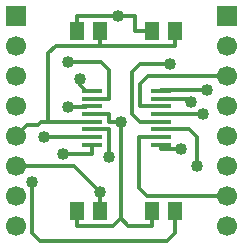
<source format=gtl>
G04 DipTrace 3.1.0.1*
G04 HelloWorld1.gtl*
%MOIN*%
G04 #@! TF.FileFunction,Copper,L1,Top*
G04 #@! TF.Part,Single*
G04 #@! TA.AperFunction,Conductor*
%ADD13C,0.012992*%
%ADD15R,0.051181X0.059055*%
G04 #@! TA.AperFunction,ComponentPad*
%ADD16R,0.066929X0.066929*%
%ADD17C,0.066929*%
%ADD18R,0.070866X0.015748*%
G04 #@! TA.AperFunction,ViaPad*
%ADD19C,0.04*%
%FSLAX26Y26*%
G04*
G70*
G90*
G75*
G01*
G04 Top*
%LPD*%
X753724Y544000D2*
D13*
Y606520D1*
X783843Y724000D2*
Y816047D1*
X728921D1*
X928921Y1144000D2*
X870335D1*
Y1193016D1*
X814909D1*
X753724Y606520D2*
X666244Y694000D1*
X474000D1*
X814909Y1193016D2*
X678921D1*
Y1144000D1*
X728921Y841638D2*
X581520D1*
Y1069000D1*
X607504Y1094984D1*
X753724D1*
X1003724D1*
Y1144000D1*
X753724Y1094984D2*
Y1144000D1*
X474000Y794000D2*
X509945Y829945D1*
X547098D1*
X558791Y841638D1*
X581520D1*
X526957Y640992D2*
Y469472D1*
X552941Y443488D1*
X977740D1*
X1003724Y469472D1*
Y544000D1*
X678921D2*
Y494984D1*
X797346D1*
X823331Y520969D1*
Y841051D1*
Y520969D2*
X849316Y494984D1*
X928921D1*
Y544000D1*
X823331Y841051D2*
X822350Y842031D1*
X783843D1*
Y867228D1*
X728921D1*
X686480Y984866D2*
Y964000D1*
X706480Y944000D1*
X728921D1*
X646992Y1041051D2*
X757860D1*
X783843Y1015067D1*
Y918409D1*
X728921D1*
X646992Y891441D2*
X709169D1*
X710547Y892819D1*
X728921D1*
X566445Y789472D2*
X709562D1*
X710547Y790457D1*
X728921D1*
X631917Y733488D2*
X728921D1*
Y764866D1*
X1112469Y946953D2*
X957268D1*
Y944000D1*
X1059480Y907465D2*
X1048535Y918409D1*
X957268D1*
X1178921Y994000D2*
X914787D1*
X888803Y968016D1*
Y892819D1*
X957268D1*
X1098969Y865850D2*
X977020D1*
X975642Y867228D1*
X957268D1*
X986217Y1033488D2*
X888803D1*
X862819Y1007504D1*
Y867622D1*
X888803Y841638D1*
X957268D1*
X1078693Y694000D2*
Y790063D1*
X1052709Y816047D1*
X957268D1*
X1178921Y594000D2*
X909829D1*
X883846Y619984D1*
Y790457D1*
X957268D1*
X1025701Y750500D2*
X957276D1*
Y764866D1*
D19*
X783843Y724000D3*
X753724Y606520D3*
X814909Y1193016D3*
X526957Y640992D3*
X823331Y841051D3*
X686480Y984866D3*
X646992Y1041051D3*
Y891441D3*
X566445Y789472D3*
X631917Y733488D3*
X1112469Y946953D3*
X1059480Y907465D3*
X1098969Y865850D3*
X986217Y1033488D3*
X1078693Y694000D3*
X1025701Y750500D3*
D15*
X753724Y1144000D3*
X678921D3*
X1003724D3*
X928921D3*
X678921Y544000D3*
X753724D3*
D16*
X474000Y1194000D3*
D17*
Y1094000D3*
Y994000D3*
Y894000D3*
Y794000D3*
Y694000D3*
Y594000D3*
Y494000D3*
D16*
X1178921Y1194000D3*
D17*
Y1094000D3*
Y994000D3*
Y894000D3*
Y794000D3*
Y694000D3*
Y594000D3*
Y494000D3*
D15*
X928921Y544000D3*
X1003724D3*
D18*
X728921Y944000D3*
Y918409D3*
Y892819D3*
Y867228D3*
Y841638D3*
Y816047D3*
Y790457D3*
Y764866D3*
X957276D3*
X957268Y790457D3*
Y816047D3*
Y841638D3*
Y867228D3*
Y892819D3*
Y918409D3*
Y944000D3*
M02*

</source>
